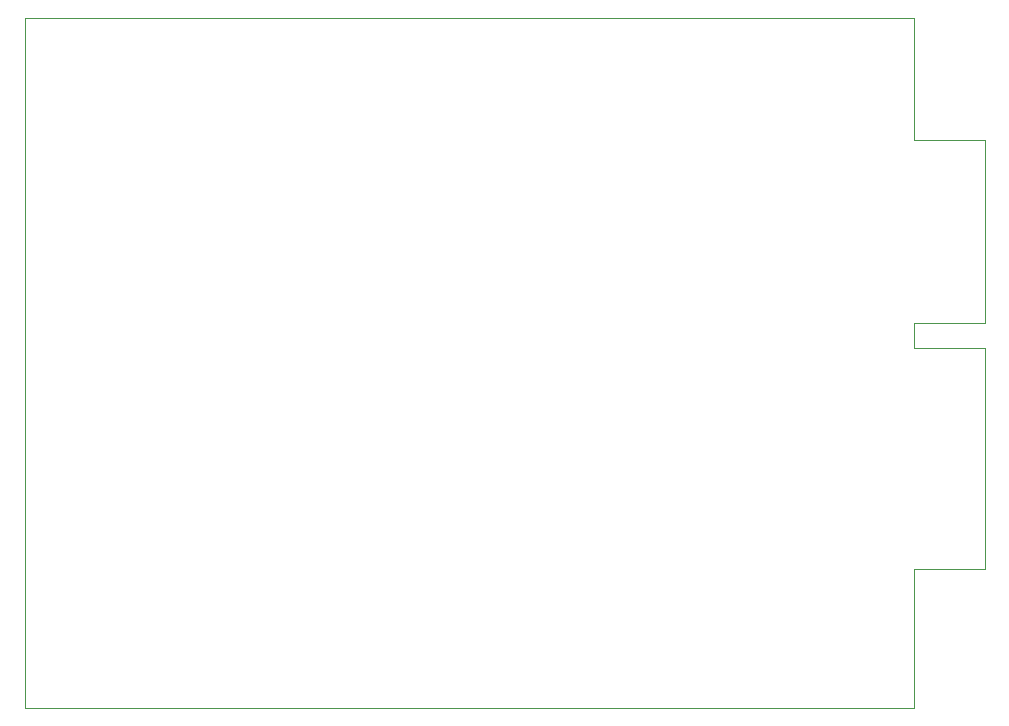
<source format=gbr>
%TF.GenerationSoftware,KiCad,Pcbnew,7.0.2*%
%TF.CreationDate,2024-05-20T10:52:18+02:00*%
%TF.ProjectId,dsoxlan,64736f78-6c61-46e2-9e6b-696361645f70,rev?*%
%TF.SameCoordinates,Original*%
%TF.FileFunction,Profile,NP*%
%FSLAX46Y46*%
G04 Gerber Fmt 4.6, Leading zero omitted, Abs format (unit mm)*
G04 Created by KiCad (PCBNEW 7.0.2) date 2024-05-20 10:52:18*
%MOMM*%
%LPD*%
G01*
G04 APERTURE LIST*
%TA.AperFunction,Profile*%
%ADD10C,0.100000*%
%TD*%
G04 APERTURE END LIST*
D10*
X193548000Y-69469000D02*
X187579000Y-69469000D01*
X179578000Y-117602000D02*
X187579000Y-117602000D01*
X187579000Y-105791000D02*
X193548000Y-105791000D01*
X187579000Y-69469000D02*
X187579000Y-59182000D01*
X193548000Y-84963000D02*
X193548000Y-69469000D01*
X193548000Y-105791000D02*
X193548000Y-87122000D01*
X187579000Y-117602000D02*
X187579000Y-105791000D01*
X112268000Y-117602000D02*
X179578000Y-117602000D01*
X187579000Y-59182000D02*
X112268000Y-59182000D01*
X187579000Y-87122000D02*
X187579000Y-84963000D01*
X193548000Y-87122000D02*
X187579000Y-87122000D01*
X187579000Y-84963000D02*
X193548000Y-84963000D01*
X112268000Y-59182000D02*
X112268000Y-117602000D01*
M02*

</source>
